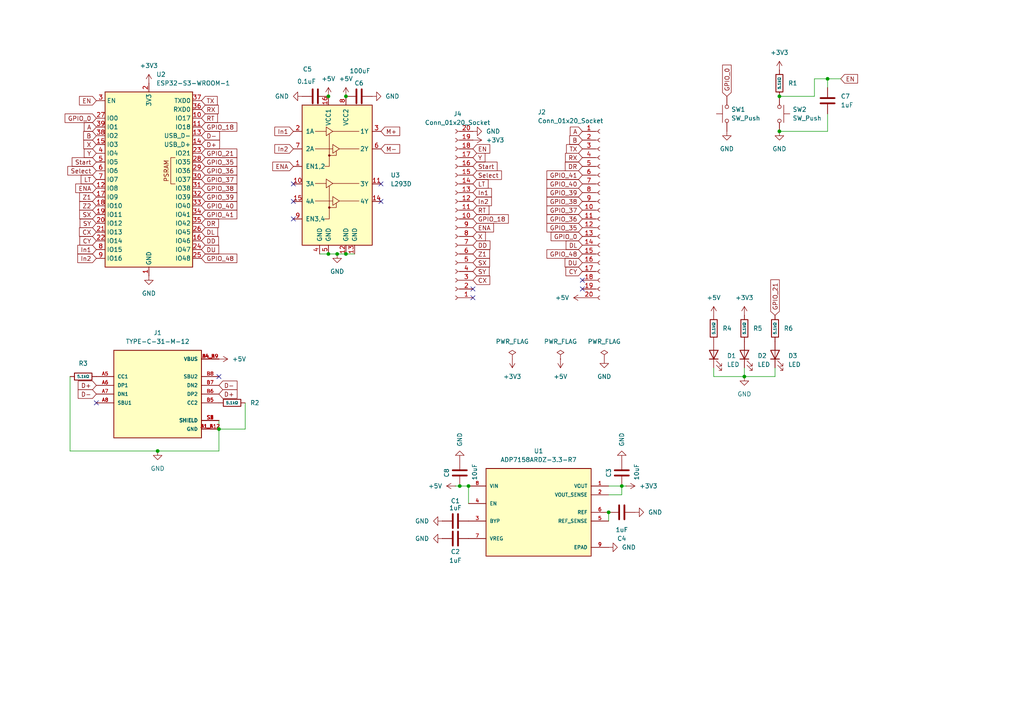
<source format=kicad_sch>
(kicad_sch (version 20250114) (generator "eeschema") (generator_version "9.0")
  (paper "A4")
  (lib_symbols
    (symbol "ADP7158ARDZ-3.3-R7:ADP7158ARDZ-3.3-R7" (pin_names (offset 1.016))
      (property "Reference" "U" (at -15.24 13.335 0))
      (property "Value" "ADP7158ARDZ-3.3-R7" (at -15.24 -15.24 0))
      (symbol "ADP7158ARDZ-3.3-R7_0_0"
        (rectangle (start -15.24 -12.7) (end 15.24 12.7) (stroke (width 0.254)) (fill (type background)))
        (pin input line (at -20.32 7.62 0) (length 5.08) (name "VIN") (number "8"))
        (pin input line (at -20.32 2.54 0) (length 5.08) (name "EN") (number "4"))
        (pin passive line (at -20.32 -2.54 0) (length 5.08) (name "BYP") (number "3"))
        (pin passive line (at -20.32 -7.62 0) (length 5.08) (name "VREG") (number "7"))
        (pin output line (at 20.32 7.62 180) (length 5.08) (name "VOUT") (number "1"))
        (pin output line (at 20.32 5.08 180) (length 5.08) (name "VOUT_SENSE") (number "2"))
        (pin output line (at 20.32 0 180) (length 5.08) (name "REF") (number "6"))
        (pin input line (at 20.32 -2.54 180) (length 5.08) (name "REF_SENSE") (number "5"))
        (pin power_in line (at 20.32 -10.16 180) (length 5.08) (name "EPAD") (number "9"))
      )
    )
    (symbol "Connector:Conn_01x20_Socket" (pin_names (offset 1.016) (hide yes))
      (property "Reference" "J" (at 0 25.4 0))
      (property "Value" "Conn_01x20_Socket" (at 0 -27.94 0))
      (symbol "Conn_01x20_Socket_1_1"
        (polyline (pts (xy -1.27 22.86) (xy -0.508 22.86)) (stroke (width 0.1524)))
        (polyline (pts (xy -1.27 20.32) (xy -0.508 20.32)) (stroke (width 0.1524)))
        (polyline (pts (xy -1.27 17.78) (xy -0.508 17.78)) (stroke (width 0.1524)))
        (polyline (pts (xy -1.27 15.24) (xy -0.508 15.24)) (stroke (width 0.1524)))
        (polyline (pts (xy -1.27 12.7) (xy -0.508 12.7)) (stroke (width 0.1524)))
        (polyline (pts (xy -1.27 10.16) (xy -0.508 10.16)) (stroke (width 0.1524)))
        (polyline (pts (xy -1.27 7.62) (xy -0.508 7.62)) (stroke (width 0.1524)))
        (polyline (pts (xy -1.27 5.08) (xy -0.508 5.08)) (stroke (width 0.1524)))
        (polyline (pts (xy -1.27 2.54) (xy -0.508 2.54)) (stroke (width 0.1524)))
        (polyline (pts (xy -1.27 0) (xy -0.508 0)) (stroke (width 0.1524)))
        (polyline (pts (xy -1.27 -2.54) (xy -0.508 -2.54)) (stroke (width 0.1524)))
        (polyline (pts (xy -1.27 -5.08) (xy -0.508 -5.08)) (stroke (width 0.1524)))
        (polyline (pts (xy -1.27 -7.62) (xy -0.508 -7.62)) (stroke (width 0.1524)))
        (polyline (pts (xy -1.27 -10.16) (xy -0.508 -10.16)) (stroke (width 0.1524)))
        (polyline (pts (xy -1.27 -12.7) (xy -0.508 -12.7)) (stroke (width 0.1524)))
        (polyline (pts (xy -1.27 -15.24) (xy -0.508 -15.24)) (stroke (width 0.1524)))
        (polyline (pts (xy -1.27 -17.78) (xy -0.508 -17.78)) (stroke (width 0.1524)))
        (polyline (pts (xy -1.27 -20.32) (xy -0.508 -20.32)) (stroke (width 0.1524)))
        (polyline (pts (xy -1.27 -22.86) (xy -0.508 -22.86)) (stroke (width 0.1524)))
        (polyline (pts (xy -1.27 -25.4) (xy -0.508 -25.4)) (stroke (width 0.1524)))
        (arc (start 0 22.352) (mid -0.5058 22.86) (end 0 23.368) (stroke (width 0.1524)))
        (arc (start 0 19.812) (mid -0.5058 20.32) (end 0 20.828) (stroke (width 0.1524)))
        (arc (start 0 17.272) (mid -0.5058 17.78) (end 0 18.288) (stroke (width 0.1524)))
        (arc (start 0 14.732) (mid -0.5058 15.24) (end 0 15.748) (stroke (width 0.1524)))
        (arc (start 0 12.192) (mid -0.5058 12.7) (end 0 13.208) (stroke (width 0.1524)))
        (arc (start 0 9.652) (mid -0.5058 10.16) (end 0 10.668) (stroke (width 0.1524)))
        (arc (start 0 7.112) (mid -0.5058 7.62) (end 0 8.128) (stroke (width 0.1524)))
        (arc (start 0 4.572) (mid -0.5058 5.08) (end 0 5.588) (stroke (width 0.1524)))
        (arc (start 0 2.032) (mid -0.5058 2.54) (end 0 3.048) (stroke (width 0.1524)))
        (arc (start 0 -0.508) (mid -0.5058 0) (end 0 0.508) (stroke (width 0.1524)))
        (arc (start 0 -3.048) (mid -0.5058 -2.54) (end 0 -2.032) (stroke (width 0.1524)))
        (arc (start 0 -5.588) (mid -0.5058 -5.08) (end 0 -4.572) (stroke (width 0.1524)))
        (arc (start 0 -8.128) (mid -0.5058 -7.62) (end 0 -7.112) (stroke (width 0.1524)))
        (arc (start 0 -10.668) (mid -0.5058 -10.16) (end 0 -9.652) (stroke (width 0.1524)))
        (arc (start 0 -13.208) (mid -0.5058 -12.7) (end 0 -12.192) (stroke (width 0.1524)))
        (arc (start 0 -15.748) (mid -0.5058 -15.24) (end 0 -14.732) (stroke (width 0.1524)))
        (arc (start 0 -18.288) (mid -0.5058 -17.78) (end 0 -17.272) (stroke (width 0.1524)))
        (arc (start 0 -20.828) (mid -0.5058 -20.32) (end 0 -19.812) (stroke (width 0.1524)))
        (arc (start 0 -23.368) (mid -0.5058 -22.86) (end 0 -22.352) (stroke (width 0.1524)))
        (arc (start 0 -25.908) (mid -0.5058 -25.4) (end 0 -24.892) (stroke (width 0.1524)))
        (pin passive line (at -5.08 22.86 0) (length 3.81) (name "Pin_1") (number "1"))
        (pin passive line (at -5.08 20.32 0) (length 3.81) (name "Pin_2") (number "2"))
        (pin passive line (at -5.08 17.78 0) (length 3.81) (name "Pin_3") (number "3"))
        (pin passive line (at -5.08 15.24 0) (length 3.81) (name "Pin_4") (number "4"))
        (pin passive line (at -5.08 12.7 0) (length 3.81) (name "Pin_5") (number "5"))
        (pin passive line (at -5.08 10.16 0) (length 3.81) (name "Pin_6") (number "6"))
        (pin passive line (at -5.08 7.62 0) (length 3.81) (name "Pin_7") (number "7"))
        (pin passive line (at -5.08 5.08 0) (length 3.81) (name "Pin_8") (number "8"))
        (pin passive line (at -5.08 2.54 0) (length 3.81) (name "Pin_9") (number "9"))
        (pin passive line (at -5.08 0 0) (length 3.81) (name "Pin_10") (number "10"))
        (pin passive line (at -5.08 -2.54 0) (length 3.81) (name "Pin_11") (number "11"))
        (pin passive line (at -5.08 -5.08 0) (length 3.81) (name "Pin_12") (number "12"))
        (pin passive line (at -5.08 -7.62 0) (length 3.81) (name "Pin_13") (number "13"))
        (pin passive line (at -5.08 -10.16 0) (length 3.81) (name "Pin_14") (number "14"))
        (pin passive line (at -5.08 -12.7 0) (length 3.81) (name "Pin_15") (number "15"))
        (pin passive line (at -5.08 -15.24 0) (length 3.81) (name "Pin_16") (number "16"))
        (pin passive line (at -5.08 -17.78 0) (length 3.81) (name "Pin_17") (number "17"))
        (pin passive line (at -5.08 -20.32 0) (length 3.81) (name "Pin_18") (number "18"))
        (pin passive line (at -5.08 -22.86 0) (length 3.81) (name "Pin_19") (number "19"))
        (pin passive line (at -5.08 -25.4 0) (length 3.81) (name "Pin_20") (number "20"))
      )
    )
    (symbol "Device:C" (pin_numbers (hide yes)) (pin_names (offset 0.254))
      (property "Reference" "C" (at 0.635 2.54 0))
      (property "Value" "C" (at 0.635 -2.54 0))
      (symbol "C_0_1"
        (polyline (pts (xy -2.032 0.762) (xy 2.032 0.762)) (stroke (width 0.508)))
        (polyline (pts (xy -2.032 -0.762) (xy 2.032 -0.762)) (stroke (width 0.508)))
      )
      (symbol "C_1_1"
        (pin passive line (at 0 3.81 270) (length 2.794) (name "~") (number "1"))
        (pin passive line (at 0 -3.81 90) (length 2.794) (name "~") (number "2"))
      )
    )
    (symbol "Device:LED" (pin_numbers (hide yes)) (pin_names (offset 1.016) (hide yes))
      (property "Reference" "D" (at 0 2.54 0))
      (property "Value" "LED" (at 0 -2.54 0))
      (symbol "LED_0_1"
        (polyline (pts (xy -3.048 -0.762) (xy -4.572 -2.286) (xy -3.81 -2.286) (xy -4.572 -2.286) (xy -4.572 -1.524)))
        (polyline (pts (xy -1.778 -0.762) (xy -3.302 -2.286) (xy -2.54 -2.286) (xy -3.302 -2.286) (xy -3.302 -1.524)))
        (polyline (pts (xy -1.27 0) (xy 1.27 0)))
        (polyline (pts (xy -1.27 -1.27) (xy -1.27 1.27)) (stroke (width 0.254)))
        (polyline (pts (xy 1.27 -1.27) (xy 1.27 1.27) (xy -1.27 0) (xy 1.27 -1.27)) (stroke (width 0.254)))
      )
      (symbol "LED_1_1"
        (pin passive line (at -3.81 0 0) (length 2.54) (name "K") (number "1"))
        (pin passive line (at 3.81 0 180) (length 2.54) (name "A") (number "2"))
      )
    )
    (symbol "Driver_Motor:L293D" (pin_names (offset 1.016))
      (property "Reference" "U" (at -5.08 26.035 0))
      (property "Value" "L293D" (at -5.08 24.13 0))
      (symbol "L293D_0_1"
        (rectangle (start -10.16 22.86) (end 10.16 -17.78) (stroke (width 0.254)) (fill (type background)))
        (polyline (pts (xy -6.35 15.24) (xy -3.175 15.24)))
        (polyline (pts (xy -6.35 10.16) (xy -1.27 10.16)))
        (polyline (pts (xy -6.35 0.127) (xy -3.175 0.127)))
        (polyline (pts (xy -6.35 -4.953) (xy -1.27 -4.953)))
        (polyline (pts (xy -3.175 16.51) (xy -3.175 13.97) (xy -1.27 15.24) (xy -3.175 16.51)))
        (polyline (pts (xy -3.175 1.397) (xy -3.175 -1.143) (xy -1.27 0.127) (xy -3.175 1.397)))
        (polyline (pts (xy -2.286 14.478) (xy -2.286 5.08) (xy -3.556 5.08)))
        (circle (center -2.286 8.255) (radius 0.254) (fill (type outline)))
        (polyline (pts (xy -2.286 8.255) (xy -0.254 8.255) (xy -0.254 9.525)))
        (polyline (pts (xy -2.286 -0.635) (xy -2.286 -10.16) (xy -3.556 -10.16)))
        (circle (center -2.286 -6.858) (radius 0.254) (fill (type outline)))
        (polyline (pts (xy -2.286 -6.858) (xy -0.254 -6.858) (xy -0.254 -5.588)))
        (polyline (pts (xy -1.27 15.24) (xy 6.35 15.24)))
        (polyline (pts (xy -1.27 11.43) (xy -1.27 8.89) (xy 0.635 10.16) (xy -1.27 11.43)))
        (polyline (pts (xy -1.27 0.127) (xy 6.35 0.127)))
        (polyline (pts (xy -1.27 -3.683) (xy -1.27 -6.223) (xy 0.635 -4.953) (xy -1.27 -3.683)))
        (polyline (pts (xy 0.635 10.16) (xy 6.35 10.16)))
        (polyline (pts (xy 0.635 -4.953) (xy 6.35 -4.953)))
      )
      (symbol "L293D_1_1"
        (pin input line (at -12.7 15.24 0) (length 2.54) (name "1A") (number "2"))
        (pin input line (at -12.7 10.16 0) (length 2.54) (name "2A") (number "7"))
        (pin input line (at -12.7 5.08 0) (length 2.54) (name "EN1,2") (number "1"))
        (pin input line (at -12.7 0 0) (length 2.54) (name "3A") (number "10"))
        (pin input line (at -12.7 -5.08 0) (length 2.54) (name "4A") (number "15"))
        (pin input line (at -12.7 -10.16 0) (length 2.54) (name "EN3,4") (number "9"))
        (pin power_in line (at -5.08 -20.32 90) (length 2.54) (name "GND") (number "4"))
        (pin power_in line (at -2.54 25.4 270) (length 2.54) (name "VCC1") (number "16"))
        (pin power_in line (at -2.54 -20.32 90) (length 2.54) (name "GND") (number "5"))
        (pin power_in line (at 2.54 25.4 270) (length 2.54) (name "VCC2") (number "8"))
        (pin power_in line (at 2.54 -20.32 90) (length 2.54) (name "GND") (number "12"))
        (pin power_in line (at 5.08 -20.32 90) (length 2.54) (name "GND") (number "13"))
        (pin output line (at 12.7 15.24 180) (length 2.54) (name "1Y") (number "3"))
        (pin output line (at 12.7 10.16 180) (length 2.54) (name "2Y") (number "6"))
        (pin output line (at 12.7 0 180) (length 2.54) (name "3Y") (number "11"))
        (pin output line (at 12.7 -5.08 180) (length 2.54) (name "4Y") (number "14"))
      )
    )
    (symbol "PCM_JLCPCB-Resistors:0603,5.1kΩ" (pin_numbers (hide yes)) (pin_names (offset 0))
      (property "Reference" "R" (at 1.778 0 0))
      (property "Value" "5.1kΩ" (at 0 0 90))
      (symbol "0603,5.1kΩ_0_1"
        (rectangle (start -1.016 2.54) (end 1.016 -2.54) (stroke (width 0.254)))
      )
      (symbol "0603,5.1kΩ_1_1"
        (pin passive line (at 0 3.81 270) (length 1.27) (name "~") (number "1"))
        (pin passive line (at 0 -3.81 90) (length 1.27) (name "~") (number "2"))
      )
    )
    (symbol "RF_Module:ESP32-S3-WROOM-1"
      (property "Reference" "U" (at -12.7 26.67 0))
      (property "Value" "ESP32-S3-WROOM-1" (at 12.7 26.67 0))
      (symbol "ESP32-S3-WROOM-1_0_0"
        (rectangle (start -12.7 25.4) (end 12.7 -25.4) (stroke (width 0.254)) (fill (type background)))
        (text "PSRAM" (at 5.08 2.54 900) (effects (font (size 1.27 1.27))))
      )
      (symbol "ESP32-S3-WROOM-1_0_1"
        (polyline (pts (xy 7.62 -1.27) (xy 6.35 -1.27) (xy 6.35 6.35) (xy 7.62 6.35)))
      )
      (symbol "ESP32-S3-WROOM-1_1_1"
        (pin input line (at -15.24 22.86 0) (length 2.54) (name "EN") (number "3"))
        (pin bidirectional line (at -15.24 17.78 0) (length 2.54) (name "IO0") (number "27"))
        (pin bidirectional line (at -15.24 15.24 0) (length 2.54) (name "IO1") (number "39"))
        (pin bidirectional line (at -15.24 12.7 0) (length 2.54) (name "IO2") (number "38"))
        (pin bidirectional line (at -15.24 10.16 0) (length 2.54) (name "IO3") (number "15"))
        (pin bidirectional line (at -15.24 7.62 0) (length 2.54) (name "IO4") (number "4"))
        (pin bidirectional line (at -15.24 5.08 0) (length 2.54) (name "IO5") (number "5"))
        (pin bidirectional line (at -15.24 2.54 0) (length 2.54) (name "IO6") (number "6"))
        (pin bidirectional line (at -15.24 0 0) (length 2.54) (name "IO7") (number "7"))
        (pin bidirectional line (at -15.24 -2.54 0) (length 2.54) (name "IO8") (number "12"))
        (pin bidirectional line (at -15.24 -5.08 0) (length 2.54) (name "IO9") (number "17"))
        (pin bidirectional line (at -15.24 -7.62 0) (length 2.54) (name "IO10") (number "18"))
        (pin bidirectional line (at -15.24 -10.16 0) (length 2.54) (name "IO11") (number "19"))
        (pin bidirectional line (at -15.24 -12.7 0) (length 2.54) (name "IO12") (number "20"))
        (pin bidirectional line (at -15.24 -15.24 0) (length 2.54) (name "IO13") (number "21"))
        (pin bidirectional line (at -15.24 -17.78 0) (length 2.54) (name "IO14") (number "22"))
        (pin bidirectional line (at -15.24 -20.32 0) (length 2.54) (name "IO15") (number "8"))
        (pin bidirectional line (at -15.24 -22.86 0) (length 2.54) (name "IO16") (number "9"))
        (pin power_in line (at 0 27.94 270) (length 2.54) (name "3V3") (number "2"))
        (pin power_in line (at 0 -27.94 90) (length 2.54) (name "GND") (number "1"))
        (pin passive line (at 0 -27.94 90) (length 2.54) (hide yes) (name "GND") (number "40"))
        (pin passive line (at 0 -27.94 90) (length 2.54) (hide yes) (name "GND") (number "41"))
        (pin bidirectional line (at 15.24 22.86 180) (length 2.54) (name "TXD0") (number "37"))
        (pin bidirectional line (at 15.24 20.32 180) (length 2.54) (name "RXD0") (number "36"))
        (pin bidirectional line (at 15.24 17.78 180) (length 2.54) (name "IO17") (number "10"))
        (pin bidirectional line (at 15.24 15.24 180) (length 2.54) (name "IO18") (number "11"))
        (pin bidirectional line (at 15.24 12.7 180) (length 2.54) (name "USB_D-") (number "13"))
        (pin bidirectional line (at 15.24 10.16 180) (length 2.54) (name "USB_D+") (number "14"))
        (pin bidirectional line (at 15.24 7.62 180) (length 2.54) (name "IO21") (number "23"))
        (pin bidirectional line (at 15.24 5.08 180) (length 2.54) (name "IO35") (number "28"))
        (pin bidirectional line (at 15.24 2.54 180) (length 2.54) (name "IO36") (number "29"))
        (pin bidirectional line (at 15.24 0 180) (length 2.54) (name "IO37") (number "30"))
        (pin bidirectional line (at 15.24 -2.54 180) (length 2.54) (name "IO38") (number "31"))
        (pin bidirectional line (at 15.24 -5.08 180) (length 2.54) (name "IO39") (number "32"))
        (pin bidirectional line (at 15.24 -7.62 180) (length 2.54) (name "IO40") (number "33"))
        (pin bidirectional line (at 15.24 -10.16 180) (length 2.54) (name "IO41") (number "34"))
        (pin bidirectional line (at 15.24 -12.7 180) (length 2.54) (name "IO42") (number "35"))
        (pin bidirectional line (at 15.24 -15.24 180) (length 2.54) (name "IO45") (number "26"))
        (pin bidirectional line (at 15.24 -17.78 180) (length 2.54) (name "IO46") (number "16"))
        (pin bidirectional line (at 15.24 -20.32 180) (length 2.54) (name "IO47") (number "24"))
        (pin bidirectional line (at 15.24 -22.86 180) (length 2.54) (name "IO48") (number "25"))
      )
    )
    (symbol "Switch:SW_Push" (pin_numbers (hide yes)) (pin_names (offset 1.016) (hide yes))
      (property "Reference" "SW" (at 1.27 2.54 0))
      (property "Value" "SW_Push" (at 0 -1.524 0))
      (symbol "SW_Push_0_1"
        (circle (center -2.032 0) (radius 0.508))
        (polyline (pts (xy 0 1.27) (xy 0 3.048)))
        (circle (center 2.032 0) (radius 0.508))
        (polyline (pts (xy 2.54 1.27) (xy -2.54 1.27)))
        (pin passive line (at -5.08 0 0) (length 2.54) (name "1") (number "1"))
        (pin passive line (at 5.08 0 180) (length 2.54) (name "2") (number "2"))
      )
    )
    (symbol "TYPE-C-31-M-12:TYPE-C-31-M-12" (pin_names (offset 1.016))
      (property "Reference" "J" (at -12.7 13.462 0))
      (property "Value" "TYPE-C-31-M-12" (at -12.7 -13.462 0))
      (symbol "TYPE-C-31-M-12_0_0"
        (rectangle (start -12.7 -12.7) (end 12.7 12.7) (stroke (width 0.254)) (fill (type background)))
        (pin bidirectional line (at -17.78 5.08 0) (length 5.08) (name "CC1") (number "A5"))
        (pin bidirectional line (at -17.78 2.54 0) (length 5.08) (name "DP1") (number "A6"))
        (pin bidirectional line (at -17.78 0 0) (length 5.08) (name "DN1") (number "A7"))
        (pin bidirectional line (at -17.78 -2.54 0) (length 5.08) (name "SBU1") (number "A8"))
        (pin power_in line (at 17.78 10.16 180) (length 5.08) (name "VBUS") (number "A4_B9"))
        (pin power_in line (at 17.78 10.16 180) (length 5.08) (name "VBUS") (number "B4_A9"))
        (pin bidirectional line (at 17.78 5.08 180) (length 5.08) (name "SBU2") (number "B8"))
        (pin bidirectional line (at 17.78 2.54 180) (length 5.08) (name "DN2") (number "B7"))
        (pin bidirectional line (at 17.78 0 180) (length 5.08) (name "DP2") (number "B6"))
        (pin bidirectional line (at 17.78 -2.54 180) (length 5.08) (name "CC2") (number "B5"))
        (pin passive line (at 17.78 -7.62 180) (length 5.08) (name "SHIELD") (number "S1"))
        (pin passive line (at 17.78 -7.62 180) (length 5.08) (name "SHIELD") (number "S2"))
        (pin passive line (at 17.78 -7.62 180) (length 5.08) (name "SHIELD") (number "S3"))
        (pin passive line (at 17.78 -7.62 180) (length 5.08) (name "SHIELD") (number "S4"))
        (pin power_in line (at 17.78 -10.16 180) (length 5.08) (name "GND") (number "A1_B12"))
        (pin power_in line (at 17.78 -10.16 180) (length 5.08) (name "GND") (number "B1_A12"))
      )
    )
    (symbol "power:+3V3" (power) (pin_numbers (hide yes)) (pin_names (offset 0) (hide yes))
      (property "Value" "+3V3" (at 0 3.556 0))
      (symbol "+3V3_0_1"
        (polyline (pts (xy -0.762 1.27) (xy 0 2.54)))
        (polyline (pts (xy 0 2.54) (xy 0.762 1.27)))
        (polyline (pts (xy 0 0) (xy 0 2.54)))
      )
      (symbol "+3V3_1_1"
        (pin power_in line (at 0 0 90) (length 0) (name "~") (number "1"))
      )
    )
    (symbol "power:+5V" (power) (pin_numbers (hide yes)) (pin_names (offset 0) (hide yes))
      (property "Value" "+5V" (at 0 3.556 0))
      (symbol "+5V_0_1"
        (polyline (pts (xy -0.762 1.27) (xy 0 2.54)))
        (polyline (pts (xy 0 2.54) (xy 0.762 1.27)))
        (polyline (pts (xy 0 0) (xy 0 2.54)))
      )
      (symbol "+5V_1_1"
        (pin power_in line (at 0 0 90) (length 0) (name "~") (number "1"))
      )
    )
    (symbol "power:GND" (power) (pin_numbers (hide yes)) (pin_names (offset 0) (hide yes))
      (property "Value" "GND" (at 0 -3.81 0))
      (symbol "GND_0_1"
        (polyline (pts (xy 0 0) (xy 0 -1.27) (xy 1.27 -1.27) (xy 0 -2.54) (xy -1.27 -1.27) (xy 0 -1.27)))
      )
      (symbol "GND_1_1"
        (pin power_in line (at 0 0 270) (length 0) (name "~") (number "1"))
      )
    )
    (symbol "power:PWR_FLAG" (power) (pin_numbers (hide yes)) (pin_names (offset 0) (hide yes))
      (property "Value" "PWR_FLAG" (at 0 3.81 0))
      (symbol "PWR_FLAG_0_0"
        (pin power_out line (at 0 0 90) (length 0) (name "~") (number "1"))
      )
      (symbol "PWR_FLAG_0_1"
        (polyline (pts (xy 0 0) (xy 0 1.27) (xy -1.016 1.905) (xy 0 2.54) (xy 1.016 1.905) (xy 0 1.27)))
      )
    )
  )
  (junction (at 97.79 73.66))
  (junction (at 215.9 109.22))
  (junction (at 176.53 148.59))
  (junction (at 63.5 124.46))
  (junction (at 100.33 27.94))
  (junction (at 100.33 73.66))
  (junction (at 135.89 140.97))
  (junction (at 95.25 73.66))
  (junction (at 240.03 22.86))
  (junction (at 226.06 38.1))
  (junction (at 95.25 27.94))
  (junction (at 133.35 140.97))
  (junction (at 226.06 27.94))
  (junction (at 180.34 140.97))
  (junction (at 45.72 130.81))
  (no_connect (at 63.5 109.22))
  (no_connect (at 27.94 116.84))
  (no_connect (at 137.16 86.36))
  (no_connect (at 168.91 83.82))
  (no_connect (at 168.91 81.28))
  (no_connect (at 85.09 58.42))
  (no_connect (at 110.49 53.34))
  (no_connect (at 137.16 83.82))
  (no_connect (at 85.09 53.34))
  (no_connect (at 110.49 58.42))
  (no_connect (at 85.09 63.5))
  (wire (pts (xy 215.9 106.68) (xy 215.9 109.22)))
  (wire (pts (xy 20.32 130.81) (xy 45.72 130.81)))
  (wire (pts (xy 207.01 109.22) (xy 215.9 109.22)))
  (wire (pts (xy 92.71 73.66) (xy 95.25 73.66)))
  (wire (pts (xy 45.72 130.81) (xy 63.5 130.81)))
  (wire (pts (xy 224.79 109.22) (xy 224.79 106.68)))
  (wire (pts (xy 100.33 73.66) (xy 102.87 73.66)))
  (wire (pts (xy 176.53 143.51) (xy 180.34 143.51)))
  (wire (pts (xy 215.9 109.22) (xy 224.79 109.22)))
  (wire (pts (xy 181.61 140.97) (xy 180.34 140.97)))
  (wire (pts (xy 97.79 73.66) (xy 100.33 73.66)))
  (wire (pts (xy 71.12 124.46) (xy 63.5 124.46)))
  (wire (pts (xy 240.03 22.86) (xy 240.03 25.4)))
  (wire (pts (xy 133.35 140.97) (xy 135.89 140.97)))
  (wire (pts (xy 207.01 106.68) (xy 207.01 109.22)))
  (wire (pts (xy 236.22 27.94) (xy 236.22 22.86)))
  (wire (pts (xy 132.08 140.97) (xy 133.35 140.97)))
  (wire (pts (xy 135.89 140.97) (xy 135.89 146.05)))
  (wire (pts (xy 63.5 121.92) (xy 63.5 124.46)))
  (wire (pts (xy 176.53 148.59) (xy 176.53 151.13)))
  (wire (pts (xy 63.5 130.81) (xy 63.5 124.46)))
  (wire (pts (xy 95.25 73.66) (xy 97.79 73.66)))
  (wire (pts (xy 20.32 109.22) (xy 20.32 130.81)))
  (wire (pts (xy 226.06 38.1) (xy 240.03 38.1)))
  (wire (pts (xy 226.06 27.94) (xy 236.22 27.94)))
  (wire (pts (xy 180.34 143.51) (xy 180.34 140.97)))
  (wire (pts (xy 180.34 140.97) (xy 176.53 140.97)))
  (wire (pts (xy 236.22 22.86) (xy 240.03 22.86)))
  (wire (pts (xy 240.03 38.1) (xy 240.03 33.02)))
  (wire (pts (xy 240.03 22.86) (xy 243.84 22.86)))
  (wire (pts (xy 71.12 116.84) (xy 71.12 124.46)))
  (global_label "Y" (shape input) (at 27.94 44.45 180) (property "Intersheetrefs" "${INTERSHEET_REFS}" (effects (hide yes))))
  (global_label "D+" (shape input) (at 58.42 41.91 0) (property "Intersheetrefs" "${INTERSHEET_REFS}" (effects (hide yes))))
  (global_label "CX" (shape input) (at 27.94 67.31 180) (property "Intersheetrefs" "${INTERSHEET_REFS}" (effects (hide yes))))
  (global_label "SY" (shape input) (at 137.16 78.74 0) (property "Intersheetrefs" "${INTERSHEET_REFS}" (effects (hide yes))))
  (global_label "LT" (shape input) (at 27.94 52.07 180) (property "Intersheetrefs" "${INTERSHEET_REFS}" (effects (hide yes))))
  (global_label "In1" (shape input) (at 85.09 38.1 180) (property "Intersheetrefs" "${INTERSHEET_REFS}" (effects (hide yes))))
  (global_label "DD" (shape input) (at 58.42 69.85 0) (property "Intersheetrefs" "${INTERSHEET_REFS}" (effects (hide yes))))
  (global_label "GPIO_39" (shape input) (at 58.42 57.15 0) (property "Intersheetrefs" "${INTERSHEET_REFS}" (effects (hide yes))))
  (global_label "GPIO_40" (shape input) (at 168.91 53.34 180) (property "Intersheetrefs" "${INTERSHEET_REFS}" (effects (hide yes))))
  (global_label "Select" (shape input) (at 27.94 49.53 180) (property "Intersheetrefs" "${INTERSHEET_REFS}" (effects (hide yes))))
  (global_label "M-" (shape input) (at 110.49 43.18 0) (property "Intersheetrefs" "${INTERSHEET_REFS}" (effects (hide yes))))
  (global_label "SX" (shape input) (at 137.16 76.2 0) (property "Intersheetrefs" "${INTERSHEET_REFS}" (effects (hide yes))))
  (global_label "DR" (shape input) (at 58.42 64.77 0) (property "Intersheetrefs" "${INTERSHEET_REFS}" (effects (hide yes))))
  (global_label "GPIO_38" (shape input) (at 168.91 58.42 180) (property "Intersheetrefs" "${INTERSHEET_REFS}" (effects (hide yes))))
  (global_label "In2" (shape input) (at 137.16 58.42 0) (property "Intersheetrefs" "${INTERSHEET_REFS}" (effects (hide yes))))
  (global_label "GPIO_0" (shape input) (at 27.94 34.29 180) (property "Intersheetrefs" "${INTERSHEET_REFS}" (effects (hide yes))))
  (global_label "CY" (shape input) (at 27.94 69.85 180) (property "Intersheetrefs" "${INTERSHEET_REFS}" (effects (hide yes))))
  (global_label "GPIO_0" (shape input) (at 210.82 27.94 90) (property "Intersheetrefs" "${INTERSHEET_REFS}" (effects (hide yes))))
  (global_label "M+" (shape input) (at 110.49 38.1 0) (property "Intersheetrefs" "${INTERSHEET_REFS}" (effects (hide yes))))
  (global_label "SY" (shape input) (at 27.94 64.77 180) (property "Intersheetrefs" "${INTERSHEET_REFS}" (effects (hide yes))))
  (global_label "GPIO_39" (shape input) (at 168.91 55.88 180) (property "Intersheetrefs" "${INTERSHEET_REFS}" (effects (hide yes))))
  (global_label "GPIO_36" (shape input) (at 58.42 49.53 0) (property "Intersheetrefs" "${INTERSHEET_REFS}" (effects (hide yes))))
  (global_label "GPIO_37" (shape input) (at 168.91 60.96 180) (property "Intersheetrefs" "${INTERSHEET_REFS}" (effects (hide yes))))
  (global_label "SX" (shape input) (at 27.94 62.23 180) (property "Intersheetrefs" "${INTERSHEET_REFS}" (effects (hide yes))))
  (global_label "RX" (shape input) (at 58.42 31.75 0) (property "Intersheetrefs" "${INTERSHEET_REFS}" (effects (hide yes))))
  (global_label "RT" (shape input) (at 137.16 60.96 0) (property "Intersheetrefs" "${INTERSHEET_REFS}" (effects (hide yes))))
  (global_label "GPIO_18" (shape input) (at 58.42 36.83 0) (property "Intersheetrefs" "${INTERSHEET_REFS}" (effects (hide yes))))
  (global_label "GPIO_0" (shape input) (at 168.91 68.58 180) (property "Intersheetrefs" "${INTERSHEET_REFS}" (effects (hide yes))))
  (global_label "GPIO_48" (shape input) (at 58.42 74.93 0) (property "Intersheetrefs" "${INTERSHEET_REFS}" (effects (hide yes))))
  (global_label "A" (shape input) (at 27.94 36.83 180) (property "Intersheetrefs" "${INTERSHEET_REFS}" (effects (hide yes))))
  (global_label "D+" (shape input) (at 27.94 111.76 180) (property "Intersheetrefs" "${INTERSHEET_REFS}" (effects (hide yes))))
  (global_label "CY" (shape input) (at 168.91 78.74 180) (property "Intersheetrefs" "${INTERSHEET_REFS}" (effects (hide yes))))
  (global_label "DD" (shape input) (at 137.16 71.12 0) (property "Intersheetrefs" "${INTERSHEET_REFS}" (effects (hide yes))))
  (global_label "TX" (shape input) (at 58.42 29.21 0) (property "Intersheetrefs" "${INTERSHEET_REFS}" (effects (hide yes))))
  (global_label "CX" (shape input) (at 137.16 81.28 0) (property "Intersheetrefs" "${INTERSHEET_REFS}" (effects (hide yes))))
  (global_label "D+" (shape input) (at 63.5 114.3 0) (property "Intersheetrefs" "${INTERSHEET_REFS}" (effects (hide yes))))
  (global_label "In1" (shape input) (at 137.16 55.88 0) (property "Intersheetrefs" "${INTERSHEET_REFS}" (effects (hide yes))))
  (global_label "GPIO_21" (shape input) (at 224.79 91.44 90) (property "Intersheetrefs" "${INTERSHEET_REFS}" (effects (hide yes))))
  (global_label "X" (shape input) (at 137.16 68.58 0) (property "Intersheetrefs" "${INTERSHEET_REFS}" (effects (hide yes))))
  (global_label "Z1" (shape input) (at 27.94 57.15 180) (property "Intersheetrefs" "${INTERSHEET_REFS}" (effects (hide yes))))
  (global_label "GPIO_37" (shape input) (at 58.42 52.07 0) (property "Intersheetrefs" "${INTERSHEET_REFS}" (effects (hide yes))))
  (global_label "DU" (shape input) (at 168.91 76.2 180) (property "Intersheetrefs" "${INTERSHEET_REFS}" (effects (hide yes))))
  (global_label "D-" (shape input) (at 27.94 114.3 180) (property "Intersheetrefs" "${INTERSHEET_REFS}" (effects (hide yes))))
  (global_label "TX" (shape input) (at 168.91 43.18 180) (property "Intersheetrefs" "${INTERSHEET_REFS}" (effects (hide yes))))
  (global_label "D-" (shape input) (at 58.42 39.37 0) (property "Intersheetrefs" "${INTERSHEET_REFS}" (effects (hide yes))))
  (global_label "DL" (shape input) (at 168.91 71.12 180) (property "Intersheetrefs" "${INTERSHEET_REFS}" (effects (hide yes))))
  (global_label "ENA" (shape input) (at 27.94 54.61 180) (property "Intersheetrefs" "${INTERSHEET_REFS}" (effects (hide yes))))
  (global_label "RX" (shape input) (at 168.91 45.72 180) (property "Intersheetrefs" "${INTERSHEET_REFS}" (effects (hide yes))))
  (global_label "D-" (shape input) (at 63.5 111.76 0) (property "Intersheetrefs" "${INTERSHEET_REFS}" (effects (hide yes))))
  (global_label "ENA" (shape input) (at 137.16 66.04 0) (property "Intersheetrefs" "${INTERSHEET_REFS}" (effects (hide yes))))
  (global_label "GPIO_48" (shape input) (at 168.91 73.66 180) (property "Intersheetrefs" "${INTERSHEET_REFS}" (effects (hide yes))))
  (global_label "In2" (shape input) (at 27.94 74.93 180) (property "Intersheetrefs" "${INTERSHEET_REFS}" (effects (hide yes))))
  (global_label "Start" (shape input) (at 137.16 48.26 0) (property "Intersheetrefs" "${INTERSHEET_REFS}" (effects (hide yes))))
  (global_label "EN" (shape input) (at 27.94 29.21 180) (property "Intersheetrefs" "${INTERSHEET_REFS}" (effects (hide yes))))
  (global_label "Y" (shape input) (at 137.16 45.72 0) (property "Intersheetrefs" "${INTERSHEET_REFS}" (effects (hide yes))))
  (global_label "B" (shape input) (at 27.94 39.37 180) (property "Intersheetrefs" "${INTERSHEET_REFS}" (effects (hide yes))))
  (global_label "GPIO_38" (shape input) (at 58.42 54.61 0) (property "Intersheetrefs" "${INTERSHEET_REFS}" (effects (hide yes))))
  (global_label "DL" (shape input) (at 58.42 67.31 0) (property "Intersheetrefs" "${INTERSHEET_REFS}" (effects (hide yes))))
  (global_label "EN" (shape input) (at 137.16 43.18 0) (property "Intersheetrefs" "${INTERSHEET_REFS}" (effects (hide yes))))
  (global_label "LT" (shape input) (at 137.16 53.34 0) (property "Intersheetrefs" "${INTERSHEET_REFS}" (effects (hide yes))))
  (global_label "B" (shape input) (at 168.91 40.64 180) (property "Intersheetrefs" "${INTERSHEET_REFS}" (effects (hide yes))))
  (global_label "In2" (shape input) (at 85.09 43.18 180) (property "Intersheetrefs" "${INTERSHEET_REFS}" (effects (hide yes))))
  (global_label "GPIO_35" (shape input) (at 168.91 66.04 180) (property "Intersheetrefs" "${INTERSHEET_REFS}" (effects (hide yes))))
  (global_label "EN" (shape input) (at 243.84 22.86 0) (property "Intersheetrefs" "${INTERSHEET_REFS}" (effects (hide yes))))
  (global_label "GPIO_41" (shape input) (at 168.91 50.8 180) (property "Intersheetrefs" "${INTERSHEET_REFS}" (effects (hide yes))))
  (global_label "In1" (shape input) (at 27.94 72.39 180) (property "Intersheetrefs" "${INTERSHEET_REFS}" (effects (hide yes))))
  (global_label "GPIO_40" (shape input) (at 58.42 59.69 0) (property "Intersheetrefs" "${INTERSHEET_REFS}" (effects (hide yes))))
  (global_label "GPIO_18" (shape input) (at 137.16 63.5 0) (property "Intersheetrefs" "${INTERSHEET_REFS}" (effects (hide yes))))
  (global_label "Select" (shape input) (at 137.16 50.8 0) (property "Intersheetrefs" "${INTERSHEET_REFS}" (effects (hide yes))))
  (global_label "Z1" (shape input) (at 137.16 73.66 0) (property "Intersheetrefs" "${INTERSHEET_REFS}" (effects (hide yes))))
  (global_label "A" (shape input) (at 168.91 38.1 180) (property "Intersheetrefs" "${INTERSHEET_REFS}" (effects (hide yes))))
  (global_label "X" (shape input) (at 27.94 41.91 180) (property "Intersheetrefs" "${INTERSHEET_REFS}" (effects (hide yes))))
  (global_label "DR" (shape input) (at 168.91 48.26 180) (property "Intersheetrefs" "${INTERSHEET_REFS}" (effects (hide yes))))
  (global_label "ENA" (shape input) (at 85.09 48.26 180) (property "Intersheetrefs" "${INTERSHEET_REFS}" (effects (hide yes))))
  (global_label "GPIO_35" (shape input) (at 58.42 46.99 0) (property "Intersheetrefs" "${INTERSHEET_REFS}" (effects (hide yes))))
  (global_label "Start" (shape input) (at 27.94 46.99 180) (property "Intersheetrefs" "${INTERSHEET_REFS}" (effects (hide yes))))
  (global_label "DU" (shape input) (at 58.42 72.39 0) (property "Intersheetrefs" "${INTERSHEET_REFS}" (effects (hide yes))))
  (global_label "GPIO_36" (shape input) (at 168.91 63.5 180) (property "Intersheetrefs" "${INTERSHEET_REFS}" (effects (hide yes))))
  (global_label "GPIO_21" (shape input) (at 58.42 44.45 0) (property "Intersheetrefs" "${INTERSHEET_REFS}" (effects (hide yes))))
  (global_label "GPIO_41" (shape input) (at 58.42 62.23 0) (property "Intersheetrefs" "${INTERSHEET_REFS}" (effects (hide yes))))
  (global_label "RT" (shape input) (at 58.42 34.29 0) (property "Intersheetrefs" "${INTERSHEET_REFS}" (effects (hide yes))))
  (global_label "Z2" (shape input) (at 27.94 59.69 180) (property "Intersheetrefs" "${INTERSHEET_REFS}" (effects (hide yes))))
  (symbol (lib_id "power:+3V3") (at 43.18 24.13 0) (unit 1)
    (property "Reference" "#PWR016" (effects (hide yes)))
    (property "Value" "+3V3" (at 43.18 19.05 0))
    (property "Description" "Power symbol creates a global label with name \"+3V3\"" (effects (hide yes)))
  )
  (symbol (lib_id "power:+3V3") (at 181.61 140.97 270) (unit 1)
    (property "Reference" "#PWR05" (effects (hide yes)))
    (property "Value" "+3V3" (at 185.42 140.9699 90) (effects (justify left)))
    (property "Description" "Power symbol creates a global label with name \"+3V3\"" (effects (hide yes)))
  )
  (symbol (lib_id "power:GND") (at 210.82 38.1 0) (unit 1)
    (property "Reference" "#PWR015" (effects (hide yes)))
    (property "Value" "GND" (at 210.82 43.18 0))
    (property "Description" "Power symbol creates a global label with name \"GND\" , ground" (effects (hide yes)))
  )
  (symbol (lib_id "power:GND") (at 226.06 38.1 0) (unit 1)
    (property "Reference" "#PWR014" (effects (hide yes)))
    (property "Value" "GND" (at 226.06 43.18 0))
    (property "Description" "Power symbol creates a global label with name \"GND\" , ground" (effects (hide yes)))
  )
  (symbol (lib_id "power:PWR_FLAG") (at 162.56 104.14 0) (unit 1)
    (property "Reference" "#FLG01" (effects (hide yes)))
    (property "Value" "PWR_FLAG" (at 162.56 99.06 0))
    (property "Description" "Special symbol for telling ERC where power comes from" (effects (hide yes)))
  )
  (symbol (lib_id "PCM_JLCPCB-Resistors:0603,5.1kΩ") (at 215.9 95.25 0) (unit 1)
    (property "Reference" "R5" (at 218.44 95.2499 0) (effects (justify left)))
    (property "Value" "5.1kΩ" (at 215.9 95.25 90) (effects (font (size 0.8 0.8))))
    (property "Footprint" "PCM_JLCPCB:R_0603" (effects (hide yes)))
    (property "Datasheet" "https://www.lcsc.com/datasheet/lcsc_datasheet_2206010116_UNI-ROYAL-Uniroyal-Elec-0603WAF5101T5E_C23186.pdf" (effects (hide yes)))
    (property "Description" "100mW Thick Film Resistors 75V ±100ppm/°C ±1% 5.1kΩ 0603 Chip Resistor - Surface Mount ROHS" (effects (hide yes)))
    (property "LCSC" "C23186" (effects (hide yes)))
    (property "Stock" "9223405" (effects (hide yes)))
    (property "Price" "0.004USD" (effects (hide yes)))
    (property "Process" "SMT" (effects (hide yes)))
    (property "Minimum Qty" "20" (effects (hide yes)))
    (property "Attrition Qty" "10" (effects (hide yes)))
    (property "Class" "Basic Component" (effects (hide yes)))
    (property "Category" "Resistors,Chip Resistor - Surface Mount" (effects (hide yes)))
    (property "Manufacturer" "UNI-ROYAL(Uniroyal Elec)" (effects (hide yes)))
    (property "Part" "0603WAF5101T5E" (effects (hide yes)))
    (property "Resistance" "5.1kΩ" (effects (hide yes)))
    (property "Power(Watts)" "100mW" (effects (hide yes)))
    (property "Type" "Thick Film Resistors" (effects (hide yes)))
    (property "Overload Voltage (Max)" "75V" (effects (hide yes)))
    (property "Operating Temperature Range" "-55°C~+155°C" (effects (hide yes)))
    (property "Tolerance" "±1%" (effects (hide yes)))
    (property "Temperature Coefficient" "±100ppm/°C" (effects (hide yes)))
  )
  (symbol (lib_id "power:PWR_FLAG") (at 148.59 104.14 0) (unit 1)
    (property "Reference" "#FLG03" (effects (hide yes)))
    (property "Value" "PWR_FLAG" (at 148.59 99.06 0))
    (property "Description" "Special symbol for telling ERC where power comes from" (effects (hide yes)))
  )
  (symbol (lib_id "power:GND") (at 137.16 38.1 90) (unit 1)
    (property "Reference" "#PWR019" (effects (hide yes)))
    (property "Value" "GND" (at 140.97 38.0999 90) (effects (justify right)))
    (property "Description" "Power symbol creates a global label with name \"GND\" , ground" (effects (hide yes)))
  )
  (symbol (lib_id "power:+3V3") (at 215.9 91.44 0) (unit 1)
    (property "Reference" "#PWR024" (effects (hide yes)))
    (property "Value" "+3V3" (at 215.9 86.36 0))
    (property "Description" "Power symbol creates a global label with name \"+3V3\"" (effects (hide yes)))
  )
  (symbol (lib_id "power:GND") (at 133.35 133.35 180) (unit 1)
    (property "Reference" "#PWR029" (effects (hide yes)))
    (property "Value" "GND" (at 133.3501 129.54 90) (effects (justify right)))
    (property "Description" "Power symbol creates a global label with name \"GND\" , ground" (effects (hide yes)))
  )
  (symbol (lib_id "power:GND") (at 184.15 148.59 90) (unit 1)
    (property "Reference" "#PWR06" (effects (hide yes)))
    (property "Value" "GND" (at 187.96 148.5901 90) (effects (justify right)))
    (property "Description" "Power symbol creates a global label with name \"GND\" , ground" (effects (hide yes)))
  )
  (symbol (lib_id "PCM_JLCPCB-Resistors:0603,5.1kΩ") (at 226.06 24.13 0) (unit 1)
    (property "Reference" "R1" (at 228.6 24.1299 0) (effects (justify left)))
    (property "Value" "5.1kΩ" (at 226.06 24.13 90) (effects (font (size 0.8 0.8))))
    (property "Footprint" "PCM_JLCPCB:R_0603" (effects (hide yes)))
    (property "Datasheet" "https://www.lcsc.com/datasheet/lcsc_datasheet_2206010116_UNI-ROYAL-Uniroyal-Elec-0603WAF5101T5E_C23186.pdf" (effects (hide yes)))
    (property "Description" "100mW Thick Film Resistors 75V ±100ppm/°C ±1% 5.1kΩ 0603 Chip Resistor - Surface Mount ROHS" (effects (hide yes)))
    (property "LCSC" "C23186" (effects (hide yes)))
    (property "Stock" "9223405" (effects (hide yes)))
    (property "Price" "0.004USD" (effects (hide yes)))
    (property "Process" "SMT" (effects (hide yes)))
    (property "Minimum Qty" "20" (effects (hide yes)))
    (property "Attrition Qty" "10" (effects (hide yes)))
    (property "Class" "Basic Component" (effects (hide yes)))
    (property "Category" "Resistors,Chip Resistor - Surface Mount" (effects (hide yes)))
    (property "Manufacturer" "UNI-ROYAL(Uniroyal Elec)" (effects (hide yes)))
    (property "Part" "0603WAF5101T5E" (effects (hide yes)))
    (property "Resistance" "5.1kΩ" (effects (hide yes)))
    (property "Power(Watts)" "100mW" (effects (hide yes)))
    (property "Type" "Thick Film Resistors" (effects (hide yes)))
    (property "Overload Voltage (Max)" "75V" (effects (hide yes)))
    (property "Operating Temperature Range" "-55°C~+155°C" (effects (hide yes)))
    (property "Tolerance" "±1%" (effects (hide yes)))
    (property "Temperature Coefficient" "±100ppm/°C" (effects (hide yes)))
  )
  (symbol (lib_id "power:+5V") (at 100.33 27.94 0) (unit 1)
    (property "Reference" "#PWR011" (effects (hide yes)))
    (property "Value" "+5V" (at 100.33 22.86 0))
    (property "Description" "Power symbol creates a global label with name \"+5V\"" (effects (hide yes)))
  )
  (symbol (lib_id "RF_Module:ESP32-S3-WROOM-1") (at 43.18 52.07 0) (unit 1)
    (property "Reference" "U2" (at 45.3233 21.59 0) (effects (justify left)))
    (property "Value" "ESP32-S3-WROOM-1" (at 45.3233 24.13 0) (effects (justify left)))
    (property "Footprint" "RF_Module:ESP32-S3-WROOM-1" (effects (hide yes)))
    (property "Datasheet" "https://www.espressif.com/sites/default/files/documentation/esp32-s3-wroom-1_wroom-1u_datasheet_en.pdf" (effects (hide yes)))
    (property "Description" "RF Module, ESP32-S3 SoC, Wi-Fi 802.11b/g/n, Bluetooth, BLE, 32-bit, 3.3V, onboard antenna, SMD" (effects (hide yes)))
  )
  (symbol (lib_id "power:GND") (at 215.9 109.22 0) (unit 1)
    (property "Reference" "#PWR022" (effects (hide yes)))
    (property "Value" "GND" (at 215.9 114.3 0))
    (property "Description" "Power symbol creates a global label with name \"GND\" , ground" (effects (hide yes)))
  )
  (symbol (lib_id "Connector:Conn_01x20_Socket") (at 173.99 60.96 0) (unit 1)
    (property "Reference" "J2" (at 155.956 32.512 0) (effects (justify left)))
    (property "Value" "Conn_01x20_Socket" (at 155.956 35.052 0) (effects (justify left)))
    (property "Footprint" "Connector_PinHeader_2.54mm:PinHeader_1x20_P2.54mm_Vertical" (effects (hide yes)))
    (property "Description" "Generic connector, single row, 01x20, script generated" (effects (hide yes)))
  )
  (symbol (lib_id "Driver_Motor:L293D") (at 97.79 53.34 0) (unit 1)
    (property "Reference" "U3" (at 113.284 50.8 0) (effects (justify left)))
    (property "Value" "L293D" (at 113.284 53.34 0) (effects (justify left)))
    (property "Footprint" "Package_DIP:DIP-16_W7.62mm" (effects (hide yes)))
    (property "Datasheet" "http://www.ti.com/lit/ds/symlink/l293.pdf" (effects (hide yes)))
    (property "Description" "Quadruple Half-H Drivers" (effects (hide yes)))
  )
  (symbol (lib_id "power:GND") (at 87.63 27.94 270) (unit 1)
    (property "Reference" "#PWR08" (effects (hide yes)))
    (property "Value" "GND" (at 83.82 27.9399 90) (effects (justify right)))
    (property "Description" "Power symbol creates a global label with name \"GND\" , ground" (effects (hide yes)))
  )
  (symbol (lib_id "power:GND") (at 176.53 158.75 90) (unit 1)
    (property "Reference" "#PWR07" (effects (hide yes)))
    (property "Value" "GND" (at 180.34 158.7501 90) (effects (justify right)))
    (property "Description" "Power symbol creates a global label with name \"GND\" , ground" (effects (hide yes)))
  )
  (symbol (lib_id "power:GND") (at 97.79 73.66 0) (unit 1)
    (property "Reference" "#PWR012" (effects (hide yes)))
    (property "Value" "GND" (at 97.79 78.74 0))
    (property "Description" "Power symbol creates a global label with name \"GND\" , ground" (effects (hide yes)))
  )
  (symbol (lib_id "Device:LED") (at 215.9 102.87 90) (unit 1)
    (property "Reference" "D2" (at 219.71 103.1874 90) (effects (justify right)))
    (property "Value" "LED" (at 219.71 105.7274 90) (effects (justify right)))
    (property "Footprint" "LED_SMD:LED_0603_1608Metric" (effects (hide yes)))
    (property "Description" "Light emitting diode" (effects (hide yes)))
    (property "Sim.Pins" "1=K 2=A" (effects (hide yes)))
  )
  (symbol (lib_id "Device:C") (at 91.44 27.94 270) (unit 1)
    (property "Reference" "C5" (at 89.154 20.066 90))
    (property "Value" "0.1uF" (at 88.9 23.622 90))
    (property "Footprint" "Capacitor_SMD:C_0603_1608Metric" (effects (hide yes)))
    (property "Description" "Unpolarized capacitor" (effects (hide yes)))
  )
  (symbol (lib_id "PCM_JLCPCB-Resistors:0603,5.1kΩ") (at 207.01 95.25 0) (unit 1)
    (property "Reference" "R4" (at 209.55 95.2499 0) (effects (justify left)))
    (property "Value" "5.1kΩ" (at 207.01 95.25 90) (effects (font (size 0.8 0.8))))
    (property "Footprint" "PCM_JLCPCB:R_0603" (effects (hide yes)))
    (property "Datasheet" "https://www.lcsc.com/datasheet/lcsc_datasheet_2206010116_UNI-ROYAL-Uniroyal-Elec-0603WAF5101T5E_C23186.pdf" (effects (hide yes)))
    (property "Description" "100mW Thick Film Resistors 75V ±100ppm/°C ±1% 5.1kΩ 0603 Chip Resistor - Surface Mount ROHS" (effects (hide yes)))
    (property "LCSC" "C23186" (effects (hide yes)))
    (property "Stock" "9223405" (effects (hide yes)))
    (property "Price" "0.004USD" (effects (hide yes)))
    (property "Process" "SMT" (effects (hide yes)))
    (property "Minimum Qty" "20" (effects (hide yes)))
    (property "Attrition Qty" "10" (effects (hide yes)))
    (property "Class" "Basic Component" (effects (hide yes)))
    (property "Category" "Resistors,Chip Resistor - Surface Mount" (effects (hide yes)))
    (property "Manufacturer" "UNI-ROYAL(Uniroyal Elec)" (effects (hide yes)))
    (property "Part" "0603WAF5101T5E" (effects (hide yes)))
    (property "Resistance" "5.1kΩ" (effects (hide yes)))
    (property "Power(Watts)" "100mW" (effects (hide yes)))
    (property "Type" "Thick Film Resistors" (effects (hide yes)))
    (property "Overload Voltage (Max)" "75V" (effects (hide yes)))
    (property "Operating Temperature Range" "-55°C~+155°C" (effects (hide yes)))
    (property "Tolerance" "±1%" (effects (hide yes)))
    (property "Temperature Coefficient" "±100ppm/°C" (effects (hide yes)))
  )
  (symbol (lib_id "Device:LED") (at 207.01 102.87 90) (unit 1)
    (property "Reference" "D1" (at 210.82 103.1874 90) (effects (justify right)))
    (property "Value" "LED" (at 210.82 105.7274 90) (effects (justify right)))
    (property "Footprint" "LED_SMD:LED_0603_1608Metric" (effects (hide yes)))
    (property "Description" "Light emitting diode" (effects (hide yes)))
    (property "Sim.Pins" "1=K 2=A" (effects (hide yes)))
  )
  (symbol (lib_id "Device:C") (at 132.08 151.13 270) (unit 1)
    (property "Reference" "C1" (at 132.08 145.288 90))
    (property "Value" "1uF" (at 132.08 147.32 90))
    (property "Footprint" "Capacitor_SMD:C_0603_1608Metric" (effects (hide yes)))
    (property "Description" "Unpolarized capacitor" (effects (hide yes)))
  )
  (symbol (lib_id "power:GND") (at 45.72 130.81 0) (unit 1)
    (property "Reference" "#PWR018" (effects (hide yes)))
    (property "Value" "GND" (at 45.72 135.89 0))
    (property "Description" "Power symbol creates a global label with name \"GND\" , ground" (effects (hide yes)))
  )
  (symbol (lib_id "Device:C") (at 180.34 137.16 180) (unit 1)
    (property "Reference" "C3" (at 176.53 137.16 90))
    (property "Value" "10uF" (at 184.658 136.906 90))
    (property "Footprint" "Capacitor_SMD:C_0603_1608Metric" (effects (hide yes)))
    (property "Description" "Unpolarized capacitor" (effects (hide yes)))
  )
  (symbol (lib_id "power:+5V") (at 207.01 91.44 0) (unit 1)
    (property "Reference" "#PWR023" (effects (hide yes)))
    (property "Value" "+5V" (at 207.01 86.36 0))
    (property "Description" "Power symbol creates a global label with name \"+5V\"" (effects (hide yes)))
  )
  (symbol (lib_id "Device:LED") (at 224.79 102.87 90) (unit 1)
    (property "Reference" "D3" (at 228.6 103.1874 90) (effects (justify right)))
    (property "Value" "LED" (at 228.6 105.7274 90) (effects (justify right)))
    (property "Footprint" "LED_SMD:LED_0603_1608Metric" (effects (hide yes)))
    (property "Description" "Light emitting diode" (effects (hide yes)))
    (property "Sim.Pins" "1=K 2=A" (effects (hide yes)))
  )
  (symbol (lib_id "Device:C") (at 104.14 27.94 90) (unit 1)
    (property "Reference" "C6" (at 104.14 24.13 90))
    (property "Value" "100uF" (at 104.394 20.574 90))
    (property "Footprint" "Capacitor_SMD:C_0603_1608Metric" (effects (hide yes)))
    (property "Description" "Unpolarized capacitor" (effects (hide yes)))
  )
  (symbol (lib_id "Device:C") (at 133.35 137.16 180) (unit 1)
    (property "Reference" "C8" (at 129.54 137.16 90))
    (property "Value" "10uF" (at 137.668 136.906 90))
    (property "Footprint" "Capacitor_SMD:C_0603_1608Metric" (effects (hide yes)))
    (property "Description" "Unpolarized capacitor" (effects (hide yes)))
  )
  (symbol (lib_id "Device:C") (at 132.08 156.21 270) (unit 1)
    (property "Reference" "C2" (at 132.08 160.02 90))
    (property "Value" "1uF" (at 132.08 162.56 90))
    (property "Footprint" "Capacitor_SMD:C_0603_1608Metric" (effects (hide yes)))
    (property "Description" "Unpolarized capacitor" (effects (hide yes)))
  )
  (symbol (lib_id "PCM_JLCPCB-Resistors:0603,5.1kΩ") (at 224.79 95.25 0) (unit 1)
    (property "Reference" "R6" (at 227.33 95.2499 0) (effects (justify left)))
    (property "Value" "5.1kΩ" (at 224.79 95.25 90) (effects (font (size 0.8 0.8))))
    (property "Footprint" "PCM_JLCPCB:R_0603" (effects (hide yes)))
    (property "Datasheet" "https://www.lcsc.com/datasheet/lcsc_datasheet_2206010116_UNI-ROYAL-Uniroyal-Elec-0603WAF5101T5E_C23186.pdf" (effects (hide yes)))
    (property "Description" "100mW Thick Film Resistors 75V ±100ppm/°C ±1% 5.1kΩ 0603 Chip Resistor - Surface Mount ROHS" (effects (hide yes)))
    (property "LCSC" "C23186" (effects (hide yes)))
    (property "Stock" "9223405" (effects (hide yes)))
    (property "Price" "0.004USD" (effects (hide yes)))
    (property "Process" "SMT" (effects (hide yes)))
    (property "Minimum Qty" "20" (effects (hide yes)))
    (property "Attrition Qty" "10" (effects (hide yes)))
    (property "Class" "Basic Component" (effects (hide yes)))
    (property "Category" "Resistors,Chip Resistor - Surface Mount" (effects (hide yes)))
    (property "Manufacturer" "UNI-ROYAL(Uniroyal Elec)" (effects (hide yes)))
    (property "Part" "0603WAF5101T5E" (effects (hide yes)))
    (property "Resistance" "5.1kΩ" (effects (hide yes)))
    (property "Power(Watts)" "100mW" (effects (hide yes)))
    (property "Type" "Thick Film Resistors" (effects (hide yes)))
    (property "Overload Voltage (Max)" "75V" (effects (hide yes)))
    (property "Operating Temperature Range" "-55°C~+155°C" (effects (hide yes)))
    (property "Tolerance" "±1%" (effects (hide yes)))
    (property "Temperature Coefficient" "±100ppm/°C" (effects (hide yes)))
  )
  (symbol (lib_id "PCM_JLCPCB-Resistors:0603,5.1kΩ") (at 24.13 109.22 90) (unit 1)
    (property "Reference" "R3" (at 24.13 105.41 90))
    (property "Value" "5.1kΩ" (at 24.13 109.22 90) (effects (font (size 0.8 0.8))))
    (property "Footprint" "PCM_JLCPCB:R_0603" (effects (hide yes)))
    (property "Datasheet" "https://www.lcsc.com/datasheet/lcsc_datasheet_2206010116_UNI-ROYAL-Uniroyal-Elec-0603WAF5101T5E_C23186.pdf" (effects (hide yes)))
    (property "Description" "100mW Thick Film Resistors 75V ±100ppm/°C ±1% 5.1kΩ 0603 Chip Resistor - Surface Mount ROHS" (effects (hide yes)))
    (property "LCSC" "C23186" (effects (hide yes)))
    (property "Stock" "9223405" (effects (hide yes)))
    (property "Price" "0.004USD" (effects (hide yes)))
    (property "Process" "SMT" (effects (hide yes)))
    (property "Minimum Qty" "20" (effects (hide yes)))
    (property "Attrition Qty" "10" (effects (hide yes)))
    (property "Class" "Basic Component" (effects (hide yes)))
    (property "Category" "Resistors,Chip Resistor - Surface Mount" (effects (hide yes)))
    (property "Manufacturer" "UNI-ROYAL(Uniroyal Elec)" (effects (hide yes)))
    (property "Part" "0603WAF5101T5E" (effects (hide yes)))
    (property "Resistance" "5.1kΩ" (effects (hide yes)))
    (property "Power(Watts)" "100mW" (effects (hide yes)))
    (property "Type" "Thick Film Resistors" (effects (hide yes)))
    (property "Overload Voltage (Max)" "75V" (effects (hide yes)))
    (property "Operating Temperature Range" "-55°C~+155°C" (effects (hide yes)))
    (property "Tolerance" "±1%" (effects (hide yes)))
    (property "Temperature Coefficient" "±100ppm/°C" (effects (hide yes)))
  )
  (symbol (lib_id "Switch:SW_Push") (at 226.06 33.02 270) (unit 1)
    (property "Reference" "SW2" (at 229.87 31.7499 90) (effects (justify left)))
    (property "Value" "SW_Push" (at 229.87 34.2899 90) (effects (justify left)))
    (property "Footprint" "Button_Switch_SMD:SW_SPST_B3S-1100" (effects (hide yes)))
    (property "Description" "Push button switch, generic, two pins" (effects (hide yes)))
  )
  (symbol (lib_id "Device:C") (at 240.03 29.21 180) (unit 1)
    (property "Reference" "C7" (at 243.84 27.9399 0) (effects (justify right)))
    (property "Value" "1uF" (at 243.84 30.4799 0) (effects (justify right)))
    (property "Footprint" "Capacitor_SMD:C_0603_1608Metric" (effects (hide yes)))
    (property "Description" "Unpolarized capacitor" (effects (hide yes)))
  )
  (symbol (lib_id "TYPE-C-31-M-12:TYPE-C-31-M-12") (at 45.72 114.3 0) (unit 1)
    (property "Reference" "J1" (at 45.72 96.52 0))
    (property "Value" "TYPE-C-31-M-12" (at 45.72 99.06 0))
    (property "Footprint" "Connector_USB:USB_C_Receptacle_HRO_TYPE-C-31-M-12" (effects (hide yes)))
    (property "PARTREV" "2020.12.08" (effects (hide yes)))
    (property "MANUFACTURER" "HRO Electronics Co., Ltd." (effects (hide yes)))
    (property "SNAPEDA_PN" "TYPE-C-31-M-12" (effects (hide yes)))
    (property "MAXIMUM_PACKAGE_HEIGHT" "3.26 mm" (effects (hide yes)))
    (property "STANDARD" "Manufacturer Recommendations" (effects (hide yes)))
    (property "MF" "韩国韩荣" (effects (hide yes)))
    (property "MP" "TYPE-C-31-M-12" (effects (hide yes)))
  )
  (symbol (lib_id "power:GND") (at 175.26 104.14 0) (unit 1)
    (property "Reference" "#PWR026" (effects (hide yes)))
    (property "Value" "GND" (at 175.26 109.22 0))
    (property "Description" "Power symbol creates a global label with name \"GND\" , ground" (effects (hide yes)))
  )
  (symbol (lib_id "power:+3V3") (at 226.06 20.32 0) (unit 1)
    (property "Reference" "#PWR013" (effects (hide yes)))
    (property "Value" "+3V3" (at 226.06 15.24 0))
    (property "Description" "Power symbol creates a global label with name \"+3V3\"" (effects (hide yes)))
  )
  (symbol (lib_id "power:+5V") (at 95.25 27.94 0) (unit 1)
    (property "Reference" "#PWR010" (effects (hide yes)))
    (property "Value" "+5V" (at 95.25 22.86 0))
    (property "Description" "Power symbol creates a global label with name \"+5V\"" (effects (hide yes)))
  )
  (symbol (lib_id "power:GND") (at 128.27 156.21 270) (unit 1)
    (property "Reference" "#PWR02" (effects (hide yes)))
    (property "Value" "GND" (at 124.46 156.2099 90) (effects (justify right)))
    (property "Description" "Power symbol creates a global label with name \"GND\" , ground" (effects (hide yes)))
  )
  (symbol (lib_id "power:+5V") (at 132.08 140.97 90) (unit 1)
    (property "Reference" "#PWR03" (effects (hide yes)))
    (property "Value" "+5V" (at 128.27 140.9699 90) (effects (justify left)))
    (property "Description" "Power symbol creates a global label with name \"+5V\"" (effects (hide yes)))
  )
  (symbol (lib_id "power:GND") (at 128.27 151.13 270) (unit 1)
    (property "Reference" "#PWR01" (effects (hide yes)))
    (property "Value" "GND" (at 124.46 151.1299 90) (effects (justify right)))
    (property "Description" "Power symbol creates a global label with name \"GND\" , ground" (effects (hide yes)))
  )
  (symbol (lib_id "Device:C") (at 180.34 148.59 90) (unit 1)
    (property "Reference" "C4" (at 180.34 156.21 90))
    (property "Value" "1uF" (at 180.34 153.67 90))
    (property "Footprint" "Capacitor_SMD:C_0603_1608Metric" (effects (hide yes)))
    (property "Description" "Unpolarized capacitor" (effects (hide yes)))
  )
  (symbol (lib_id "PCM_JLCPCB-Resistors:0603,5.1kΩ") (at 67.31 116.84 90) (unit 1)
    (property "Reference" "R2" (at 73.914 116.84 90))
    (property "Value" "5.1kΩ" (at 67.31 116.84 90) (effects (font (size 0.8 0.8))))
    (property "Footprint" "PCM_JLCPCB:R_0603" (effects (hide yes)))
    (property "Datasheet" "https://www.lcsc.com/datasheet/lcsc_datasheet_2206010116_UNI-ROYAL-Uniroyal-Elec-0603WAF5101T5E_C23186.pdf" (effects (hide yes)))
    (property "Description" "100mW Thick Film Resistors 75V ±100ppm/°C ±1% 5.1kΩ 0603 Chip Resistor - Surface Mount ROHS" (effects (hide yes)))
    (property "LCSC" "C23186" (effects (hide yes)))
    (property "Stock" "9223405" (effects (hide yes)))
    (property "Price" "0.004USD" (effects (hide yes)))
    (property "Process" "SMT" (effects (hide yes)))
    (property "Minimum Qty" "20" (effects (hide yes)))
    (property "Attrition Qty" "10" (effects (hide yes)))
    (property "Class" "Basic Component" (effects (hide yes)))
    (property "Category" "Resistors,Chip Resistor - Surface Mount" (effects (hide yes)))
    (property "Manufacturer" "UNI-ROYAL(Uniroyal Elec)" (effects (hide yes)))
    (property "Part" "0603WAF5101T5E" (effects (hide yes)))
    (property "Resistance" "5.1kΩ" (effects (hide yes)))
    (property "Power(Watts)" "100mW" (effects (hide yes)))
    (property "Type" "Thick Film Resistors" (effects (hide yes)))
    (property "Overload Voltage (Max)" "75V" (effects (hide yes)))
    (property "Operating Temperature Range" "-55°C~+155°C" (effects (hide yes)))
    (property "Tolerance" "±1%" (effects (hide yes)))
    (property "Temperature Coefficient" "±100ppm/°C" (effects (hide yes)))
  )
  (symbol (lib_id "power:GND") (at 43.18 80.01 0) (unit 1)
    (property "Reference" "#PWR025" (effects (hide yes)))
    (property "Value" "GND" (at 43.18 85.09 0))
    (property "Description" "Power symbol creates a global label with name \"GND\" , ground" (effects (hide yes)))
  )
  (symbol (lib_id "power:+5V") (at 168.91 86.36 90) (unit 1)
    (property "Reference" "#PWR021" (effects (hide yes)))
    (property "Value" "+5V" (at 165.1 86.3599 90) (effects (justify left)))
    (property "Description" "Power symbol creates a global label with name \"+5V\"" (effects (hide yes)))
  )
  (symbol (lib_id "Connector:Conn_01x20_Socket") (at 132.08 63.5 180) (unit 1)
    (property "Reference" "J4" (at 132.715 33.02 0))
    (property "Value" "Conn_01x20_Socket" (at 132.715 35.56 0))
    (property "Footprint" "Connector_PinHeader_2.54mm:PinHeader_1x20_P2.54mm_Vertical" (effects (hide yes)))
    (property "Description" "Generic connector, single row, 01x20, script generated" (effects (hide yes)))
  )
  (symbol (lib_id "Switch:SW_Push") (at 210.82 33.02 90) (unit 1)
    (property "Reference" "SW1" (at 212.09 31.7499 90) (effects (justify right)))
    (property "Value" "SW_Push" (at 212.09 34.2899 90) (effects (justify right)))
    (property "Footprint" "Button_Switch_SMD:SW_SPST_B3S-1100" (effects (hide yes)))
    (property "Description" "Push button switch, generic, two pins" (effects (hide yes)))
  )
  (symbol (lib_id "power:+5V") (at 63.5 104.14 270) (unit 1)
    (property "Reference" "#PWR017" (effects (hide yes)))
    (property "Value" "+5V" (at 67.31 104.1399 90) (effects (justify left)))
    (property "Description" "Power symbol creates a global label with name \"+5V\"" (effects (hide yes)))
  )
  (symbol (lib_id "power:+5V") (at 162.56 104.14 180) (unit 1)
    (property "Reference" "#PWR027" (effects (hide yes)))
    (property "Value" "+5V" (at 162.56 109.22 0))
    (property "Description" "Power symbol creates a global label with name \"+5V\"" (effects (hide yes)))
  )
  (symbol (lib_id "power:GND") (at 107.95 27.94 90) (unit 1)
    (property "Reference" "#PWR09" (effects (hide yes)))
    (property "Value" "GND" (at 111.76 27.9401 90) (effects (justify right)))
    (property "Description" "Power symbol creates a global label with name \"GND\" , ground" (effects (hide yes)))
  )
  (symbol (lib_id "power:+3V3") (at 137.16 40.64 270) (unit 1)
    (property "Reference" "#PWR020" (effects (hide yes)))
    (property "Value" "+3V3" (at 140.97 40.6399 90) (effects (justify left)))
    (property "Description" "Power symbol creates a global label with name \"+3V3\"" (effects (hide yes)))
  )
  (symbol (lib_id "ADP7158ARDZ-3.3-R7:ADP7158ARDZ-3.3-R7") (at 156.21 148.59 0) (unit 1)
    (property "Reference" "U1" (at 156.21 130.81 0))
    (property "Value" "ADP7158ARDZ-3.3-R7" (at 156.21 133.35 0))
    (property "Footprint" "ADP7158ARDZ-3.3-R7:ADP7158ARDZ-3.3-R7" (effects (hide yes)))
    (property "PARTREV" "C" (effects (hide yes)))
    (property "SNAPEDA_PN" "ADP7158ARDZ-3.3-R7" (effects (hide yes)))
    (property "MANUFACTURER" "ANALOG DEVICES" (effects (hide yes)))
    (property "MAXIMUM_PACKAGE_HEIGHT" "1.75 mm" (effects (hide yes)))
    (property "STANDARD" "IPC 7351B" (effects (hide yes)))
  )
  (symbol (lib_id "power:GND") (at 180.34 133.35 180) (unit 1)
    (property "Reference" "#PWR04" (effects (hide yes)))
    (property "Value" "GND" (at 180.3401 129.54 90) (effects (justify right)))
    (property "Description" "Power symbol creates a global label with name \"GND\" , ground" (effects (hide yes)))
  )
  (symbol (lib_id "power:PWR_FLAG") (at 175.26 104.14 0) (unit 1)
    (property "Reference" "#FLG04" (effects (hide yes)))
    (property "Value" "PWR_FLAG" (at 175.26 99.06 0))
    (property "Description" "Special symbol for telling ERC where power comes from" (effects (hide yes)))
  )
  (symbol (lib_id "power:+3V3") (at 148.59 104.14 180) (unit 1)
    (property "Reference" "#PWR028" (effects (hide yes)))
    (property "Value" "+3V3" (at 148.59 109.22 0))
    (property "Description" "Power symbol creates a global label with name \"+3V3\"" (effects (hide yes)))
  )
)
</source>
